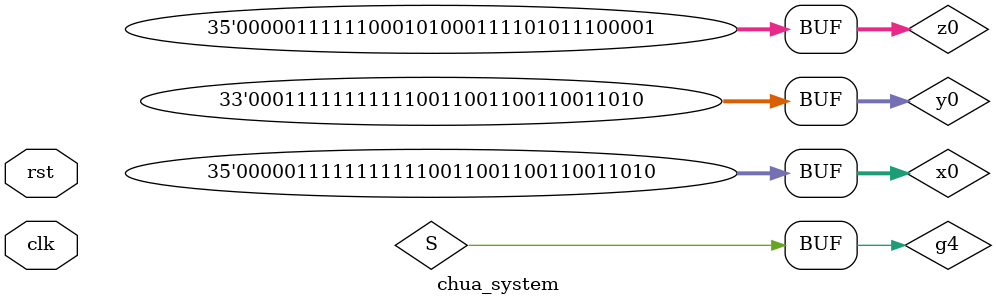
<source format=v>
module chua_system #(parameter N = 31) (input rst, clk);
    wire S;
    // system parameters
    reg [N+3:0] xi, zi, x0, z0;
    reg [N+1:0] yi, y0;
    
    // multiplexer outputs
    reg [N+3:0] m1, m2, m3;
    reg [N+1:0] m4;
           
    // adder/subtracter output
    reg [N+3:0] as1, as2, as3, as4, as5, as6, as7;
    
    // shifter output
    reg [N+3:0] s1, s2, s3, s4;
           
    // gate output
    wire g1, g2, g3, g4;
    
    initial
    begin
        x0 <= 32'b00111111111110011001100110011010;
        y0 <= 32'b00111111111110011001100110011010;
        z0 <= 32'b00111111000101000111101011100001;
    end
    
    // gate output equations    
    assign g1 = ~(xi[N+2] | xi[N+1] | xi[N]),
           g2 = xi[N+2] & xi[N+1] & xi[N],
           g3 = ~xi[N+2],
           g4 = ~(g1 | g2),
           S = g4;
    
    always @ (posedge(clk) or posedge(rst))
    begin
        if (rst)
        begin
            xi <= x0;
            yi <= y0;
            zi <= z0;
        end
        else
        begin
            as7 = xi + zi;
            as6 = as7 - yi;
            s4 = as6 >> 4;
            as5 = s4 + yi; 
            m4 = as5;// Y(i+1)
            
            as4 = zi - yi;
            m3 = as4; // Z(i+1)
            
            s1 = xi >> 3;
            s2 = xi >> 2;
            m1 = S == 0 ? s1 : s2;
            as1 = g4 == 1 ? (m1 + {2'b00,S,S}) : (m1 - {2'b00,S,S});
            as2 = S == 1 ? (yi + as1) : (yi - as1);
            s3 = as2 >> 1;
            as3 = xi + s3;
            m2 = as3; // X(i+1)
            
            xi = m2;
            yi = m4;
            zi = m3;
            
        end
    end
endmodule
</source>
